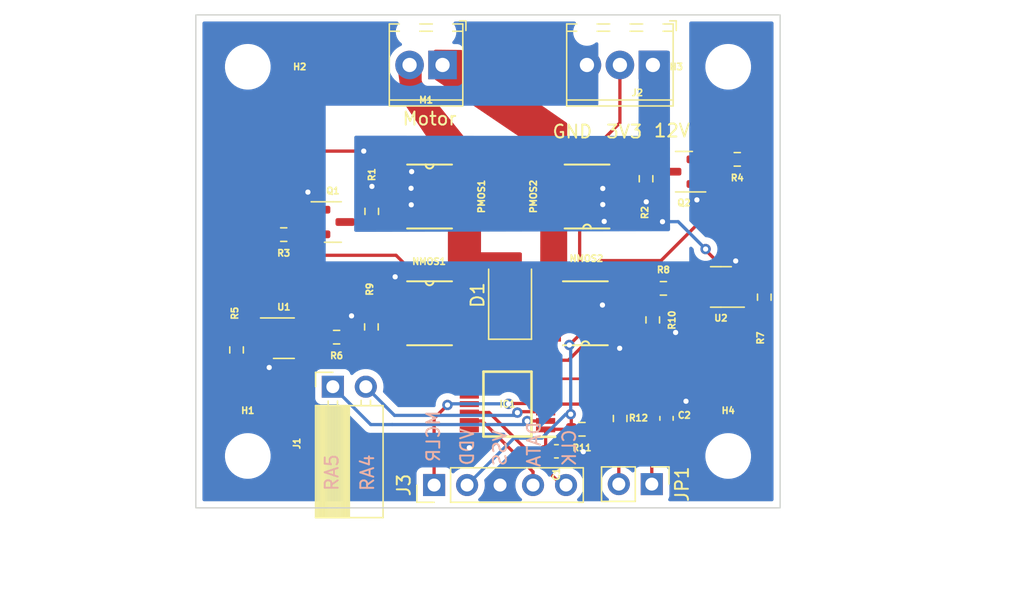
<source format=kicad_pcb>
(kicad_pcb (version 20211014) (generator pcbnew)
  (layers (0 "F.Cu" signal) (31 "B.Cu" signal) (34 "B.Paste" user) (35 "F.Paste" user) (36 "B.SilkS" user "B.Silkscreen") (37 "F.SilkS" user "F.Silkscreen") (38 "B.Mask" user) (39 "F.Mask" user) (44 "Edge.Cuts" user))
  (net 0 "")
  (net 1 "+3V3")
  (net 2 "RA5")
  (net 3 "RA4")
  (net 4 "MCLR")
  (net 6 "B_N")
  (net 7 "B_P")
  (net 8 "A_N")
  (net 9 "A_P")
  (net 12 "CLK")
  (net 13 "DATA")
  (net 14 "GND")
  (net 15 "MOTOR_A")
  (net 16 "MOTOR_B")
  (net 17 "Net-(NMOS1-Pad4)")
  (net 18 "Net-(NMOS2-Pad4)")
  (net 19 "+12V")
  (net 20 "Net-(PMOS1-Pad4)")
  (net 21 "Net-(PMOS2-Pad4)")
  (net 22 "Net-(Q1-Pad2)")
  (net 23 "Net-(Q2-Pad2)")
  (net 24 "Net-(R5-Pad1)")
  (net 25 "Net-(R6-Pad2)")
  (net 27 "Net-(R7-Pad1)")
  (net 28 "Net-(R8-Pad2)")
  (net 30 "Net-(C2-Pad1)")
  (net 31 "Net-(R11-Pad1)")
  (footprint "Resistor_SMD:R_0603_1608Metric" (layer "F.Cu") (at 141.52 106.05 -90)
    (fp_text reference "R9" (at -2.9 0.13 90) (layer "F.SilkS") (effects (font (size 0.5 0.5) (thickness 0.2))))
    (fp_text value "10k")
    (pad "1" smd roundrect (at -0.825 0 270) (size 0.8 0.95) (layers "F.Cu" "F.Paste" "F.Mask") (net 14 "GND"))
    (pad "2" smd roundrect (at 0.825 0 270) (size 0.8 0.95) (layers "F.Cu" "F.Paste" "F.Mask") (net 17 "Net-(NMOS1-Pad4)"))
  )
  (footprint "Package_TO_SOT_SMD:SOT-23-6" (layer "F.Cu") (at 168.44 102.97 180)
    (fp_text reference "U2" (at 0 -2.4) (layer "F.SilkS") (effects (font (size 0.5 0.5) (thickness 0.2))))
    (fp_text value "ZXGD3005E6TA")
    (pad "1" smd roundrect (at -1.1375 -0.95 180) (size 1.325 0.6) (layers "F.Cu" "F.Paste" "F.Mask") (net 19 "+12V"))
    (pad "2" smd roundrect (at -1.1375 0 180) (size 1.325 0.6) (layers "F.Cu" "F.Paste" "F.Mask") (net 27 "Net-(R7-Pad1)"))
    (pad "3" smd roundrect (at -1.1375 0.95 180) (size 1.325 0.6) (layers "F.Cu" "F.Paste" "F.Mask") (net 14 "GND"))
    (pad "4" smd roundrect (at 1.1375 0.95 180) (size 1.325 0.6) (layers "F.Cu" "F.Paste" "F.Mask") (net 28 "Net-(R8-Pad2)"))
    (pad "5" smd roundrect (at 1.1375 0 180) (size 1.325 0.6) (layers "F.Cu" "F.Paste" "F.Mask"))
    (pad "6" smd roundrect (at 1.1375 -0.95 180) (size 1.325 0.6) (layers "F.Cu" "F.Paste" "F.Mask") (net 28 "Net-(R8-Pad2)"))
  )
  (footprint "Connector_PinHeader_2.54mm:PinHeader_1x05_P2.54mm_Vertical" (layer "F.Cu") (at 146.35 118.24 90)
    (fp_text reference "J3" (at 0 -2.33 90) (layer "F.SilkS"))
    (fp_text value "Conn_01x05")
    (pad "1" thru_hole rect (at 0 0 90) (size 1.7 1.7) (drill 1) (layers *.Cu *.Mask) (net 4 "MCLR"))
    (pad "2" thru_hole oval (at 0 2.54 90) (size 1.7 1.7) (drill 1) (layers *.Cu *.Mask) (net 1 "+3V3"))
    (pad "3" thru_hole oval (at 0 5.08 90) (size 1.7 1.7) (drill 1) (layers *.Cu *.Mask) (net 14 "GND"))
    (pad "4" thru_hole oval (at 0 7.62 90) (size 1.7 1.7) (drill 1) (layers *.Cu *.Mask) (net 13 "DATA"))
    (pad "5" thru_hole oval (at 0 10.16 90) (size 1.7 1.7) (drill 1) (layers *.Cu *.Mask) (net 12 "CLK"))
  )
  (footprint "Footprints:SOIC127P600X175-8N" (layer "F.Cu") (at 146 96)
    (fp_text reference "PMOS1" (at 4 0 270) (layer "F.SilkS") (effects (font (size 0.5 0.5) (thickness 0.2))))
    (fp_text value "MCQ4407B-TP")
    (pad "1" smd rect (at -2.6416 -1.905) (size 1.524 0.5588) (layers "F.Cu" "F.Paste" "F.Mask") (net 19 "+12V"))
    (pad "2" smd rect (at -2.6416 -0.635) (size 1.524 0.5588) (layers "F.Cu" "F.Paste" "F.Mask") (net 19 "+12V"))
    (pad "3" smd rect (at -2.6416 0.635) (size 1.524 0.5588) (layers "F.Cu" "F.Paste" "F.Mask") (net 19 "+12V"))
    (pad "4" smd rect (at -2.6416 1.905) (size 1.524 0.5588) (layers "F.Cu" "F.Paste" "F.Mask") (net 20 "Net-(PMOS1-Pad4)"))
    (pad "5" smd rect (at 2.6416 1.905) (size 1.524 0.5588) (layers "F.Cu" "F.Paste" "F.Mask") (net 16 "MOTOR_B"))
    (pad "6" smd rect (at 2.6416 0.635) (size 1.524 0.5588) (layers "F.Cu" "F.Paste" "F.Mask") (net 16 "MOTOR_B"))
    (pad "7" smd rect (at 2.6416 -0.635) (size 1.524 0.5588) (layers "F.Cu" "F.Paste" "F.Mask") (net 16 "MOTOR_B"))
    (pad "8" smd rect (at 2.6416 -1.905) (size 1.524 0.5588) (layers "F.Cu" "F.Paste" "F.Mask") (net 16 "MOTOR_B"))
  )
  (footprint "Resistor_SMD:R_0603_1608Metric" (layer "F.Cu") (at 162.6736 94.63 90)
    (fp_text reference "R2" (at -2.61 -0.09 90) (layer "F.SilkS") (effects (font (size 0.5 0.5) (thickness 0.2))))
    (fp_text value "10k")
    (pad "1" smd roundrect (at -0.825 0 90) (size 0.8 0.95) (layers "F.Cu" "F.Paste" "F.Mask") (net 19 "+12V"))
    (pad "2" smd roundrect (at 0.825 0 90) (size 0.8 0.95) (layers "F.Cu" "F.Paste" "F.Mask") (net 21 "Net-(PMOS2-Pad4)"))
  )
  (footprint "Resistor_SMD:R_0603_1608Metric" (layer "F.Cu") (at 163.19 105.51 90)
    (fp_text reference "R10" (at -0.02 1.48 90) (layer "F.SilkS") (effects (font (size 0.5 0.5) (thickness 0.2))))
    (fp_text value "10k")
    (pad "1" smd roundrect (at -0.825 0 90) (size 0.8 0.95) (layers "F.Cu" "F.Paste" "F.Mask") (net 14 "GND"))
    (pad "2" smd roundrect (at 0.825 0 90) (size 0.8 0.95) (layers "F.Cu" "F.Paste" "F.Mask") (net 18 "Net-(NMOS2-Pad4)"))
  )
  (footprint "Resistor_SMD:R_0603_1608Metric" (layer "F.Cu") (at 164.01 103.08)
    (fp_text reference "R8" (at 0 -1.43) (layer "F.SilkS") (effects (font (size 0.5 0.5) (thickness 0.2))))
    (fp_text value "5k")
    (pad "1" smd roundrect (at -0.825 0) (size 0.8 0.95) (layers "F.Cu" "F.Paste" "F.Mask") (net 18 "Net-(NMOS2-Pad4)"))
    (pad "2" smd roundrect (at 0.825 0) (size 0.8 0.95) (layers "F.Cu" "F.Paste" "F.Mask") (net 28 "Net-(R8-Pad2)"))
  )
  (footprint "MountingHole:MountingHole_2.5mm" (layer "F.Cu") (at 169 116)
    (fp_text reference "H4" (at 0 -3.5) (layer "F.SilkS") (effects (font (size 0.5 0.5) (thickness 0.2))))
    (fp_text value "MountingHole")
    (pad "" np_thru_hole circle (at 0 0) (size 2.5 2.5) (drill 2.5) (layers *.Cu *.Mask))
  )
  (footprint "MountingHole:MountingHole_2.5mm" (layer "F.Cu") (at 169 86)
    (fp_text reference "H3" (at -4 0) (layer "F.SilkS") (effects (font (size 0.5 0.5) (thickness 0.2))))
    (fp_text value "MountingHole")
    (pad "" np_thru_hole circle (at 0 0) (size 2.5 2.5) (drill 2.5) (layers *.Cu *.Mask))
  )
  (footprint "Diode_SMD:D_SMA" (layer "F.Cu") (at 152.2 103.6 90)
    (fp_text reference "D1" (at 0 -2.5 90) (layer "F.SilkS"))
    (fp_text value "ES2BA-13-F")
    (pad "1" smd rect (at -2 0 90) (size 2.5 1.8) (layers "F.Cu" "F.Paste" "F.Mask") (net 15 "MOTOR_A"))
    (pad "2" smd rect (at 2 0 90) (size 2.5 1.8) (layers "F.Cu" "F.Paste" "F.Mask") (net 16 "MOTOR_B"))
  )
  (footprint "TerminalBlock_Phoenix:TerminalBlock_Phoenix_MPT-0,5-2-2.54_1x02_P2.54mm_Horizontal" (layer "F.Cu") (at 147 85.86 180)
    (fp_text reference "M1" (at 1.27 -2.7) (layer "F.SilkS") (effects (font (size 0.5 0.5) (thickness 0.2))))
    (fp_text value "Motor_DC")
    (pad "" np_thru_hole circle (at 2.54 2.54 180) (size 1.1 1.1) (drill 1.1) (layers *.Cu *.Mask))
    (pad "" np_thru_hole circle (at 0 2.54 180) (size 1.1 1.1) (drill 1.1) (layers *.Cu *.Mask))
    (pad "1" thru_hole rect (at 0 0 180) (size 2.2 2.2) (drill 1.1) (layers *.Cu *.Mask) (net 15 "MOTOR_A"))
    (pad "2" thru_hole circle (at 2.54 0 180) (size 2.2 2.2) (drill 1.1) (layers *.Cu *.Mask) (net 16 "MOTOR_B"))
  )
  (footprint "MountingHole:MountingHole_2.5mm" (layer "F.Cu") (at 132 86)
    (fp_text reference "H2" (at 4 0) (layer "F.SilkS") (effects (font (size 0.5 0.5) (thickness 0.2))))
    (fp_text value "MountingHole")
    (pad "" np_thru_hole circle (at 0 0) (size 2.5 2.5) (drill 2.5) (layers *.Cu *.Mask))
  )
  (footprint "Capacitor_SMD:C_0603_1608Metric" (layer "F.Cu") (at 155.77 115.64)
    (fp_text reference "C1" (at 0 1.77 90) (layer "F.SilkS") (effects (font (size 0.5 0.5) (thickness 0.2))))
    (fp_text value "100n")
    (pad "1" smd roundrect (at -0.775 0) (size 0.9 0.95) (layers "F.Cu" "F.Paste" "F.Mask") (net 1 "+3V3"))
    (pad "2" smd roundrect (at 0.775 0) (size 0.9 0.95) (layers "F.Cu" "F.Paste" "F.Mask") (net 14 "GND"))
  )
  (footprint "Resistor_SMD:R_0603_1608Metric" (layer "F.Cu") (at 157.74 113.94 180)
    (fp_text reference "R11" (at 0 -1.43) (layer "F.SilkS") (effects (font (size 0.5 0.5) (thickness 0.2))))
    (fp_text value "10k")
    (pad "1" smd roundrect (at -0.825 0 180) (size 0.8 0.95) (layers "F.Cu" "F.Paste" "F.Mask") (net 31 "Net-(R11-Pad1)"))
    (pad "2" smd roundrect (at 0.825 0 180) (size 0.8 0.95) (layers "F.Cu" "F.Paste" "F.Mask") (net 1 "+3V3"))
  )
  (footprint "Resistor_SMD:R_0603_1608Metric" (layer "F.Cu") (at 171.78 103.76 -90)
    (fp_text reference "R7" (at 3.15 0.29 90) (layer "F.SilkS") (effects (font (size 0.5 0.5) (thickness 0.2))))
    (fp_text value "5k")
    (pad "1" smd roundrect (at -0.825 0 270) (size 0.8 0.95) (layers "F.Cu" "F.Paste" "F.Mask") (net 27 "Net-(R7-Pad1)"))
    (pad "2" smd roundrect (at 0.825 0 270) (size 0.8 0.95) (layers "F.Cu" "F.Paste" "F.Mask") (net 8 "A_N"))
  )
  (footprint "Connector_PinHeader_2.54mm:PinHeader_1x02_P2.54mm_Vertical" (layer "F.Cu") (at 163.115 118.17 -90)
    (fp_text reference "JP1" (at 0 -2.33 90) (layer "F.SilkS"))
    (fp_text value "Jumper_2_Bridged")
    (pad "1" thru_hole rect (at 0 0 270) (size 1.7 1.7) (drill 1) (layers *.Cu *.Mask) (net 30 "Net-(C2-Pad1)"))
    (pad "2" thru_hole oval (at 0 2.54 270) (size 1.7 1.7) (drill 1) (layers *.Cu *.Mask) (net 31 "Net-(R11-Pad1)"))
  )
  (footprint "Package_TO_SOT_SMD:SOT-23-6" (layer "F.Cu") (at 134.78 106.92)
    (fp_text reference "U1" (at 0 -2.4) (layer "F.SilkS") (effects (font (size 0.5 0.5) (thickness 0.2))))
    (fp_text value "ZXGD3005E6TA")
    (pad "1" smd roundrect (at -1.1375 -0.95) (size 1.325 0.6) (layers "F.Cu" "F.Paste" "F.Mask") (net 19 "+12V"))
    (pad "2" smd roundrect (at -1.1375 0) (size 1.325 0.6) (layers "F.Cu" "F.Paste" "F.Mask") (net 24 "Net-(R5-Pad1)"))
    (pad "3" smd roundrect (at -1.1375 0.95) (size 1.325 0.6) (layers "F.Cu" "F.Paste" "F.Mask") (net 14 "GND"))
    (pad "4" smd roundrect (at 1.1375 0.95) (size 1.325 0.6) (layers "F.Cu" "F.Paste" "F.Mask") (net 25 "Net-(R6-Pad2)"))
    (pad "5" smd roundrect (at 1.1375 0) (size 1.325 0.6) (layers "F.Cu" "F.Paste" "F.Mask"))
    (pad "6" smd roundrect (at 1.1375 -0.95) (size 1.325 0.6) (layers "F.Cu" "F.Paste" "F.Mask") (net 25 "Net-(R6-Pad2)"))
  )
  (footprint "Footprints:SOIC127P600X175-8N" (layer "F.Cu") (at 158 105 180)
    (fp_text reference "NMOS2" (at -0.08 4.22) (layer "F.SilkS") (effects (font (size 0.5 0.5) (thickness 0.2))))
    (fp_text value "DMS3015SSS-13")
    (pad "1" smd rect (at -2.6416 -1.905 180) (size 1.524 0.5588) (layers "F.Cu" "F.Paste" "F.Mask") (net 14 "GND"))
    (pad "2" smd rect (at -2.6416 -0.635 180) (size 1.524 0.5588) (layers "F.Cu" "F.Paste" "F.Mask") (net 14 "GND"))
    (pad "3" smd rect (at -2.6416 0.635 180) (size 1.524 0.5588) (layers "F.Cu" "F.Paste" "F.Mask") (net 14 "GND"))
    (pad "4" smd rect (at -2.6416 1.905 180) (size 1.524 0.5588) (layers "F.Cu" "F.Paste" "F.Mask") (net 18 "Net-(NMOS2-Pad4)"))
    (pad "5" smd rect (at 2.6416 1.905 180) (size 1.524 0.5588) (layers "F.Cu" "F.Paste" "F.Mask") (net 15 "MOTOR_A"))
    (pad "6" smd rect (at 2.6416 0.635 180) (size 1.524 0.5588) (layers "F.Cu" "F.Paste" "F.Mask") (net 15 "MOTOR_A"))
    (pad "7" smd rect (at 2.6416 -0.635 180) (size 1.524 0.5588) (layers "F.Cu" "F.Paste" "F.Mask") (net 15 "MOTOR_A"))
    (pad "8" smd rect (at 2.6416 -1.905 180) (size 1.524 0.5588) (layers "F.Cu" "F.Paste" "F.Mask") (net 15 "MOTOR_A"))
  )
  (footprint "Resistor_SMD:R_0603_1608Metric" (layer "F.Cu") (at 141.5464 97.145 -90)
    (fp_text reference "R1" (at -2.83 -0.01 90) (layer "F.SilkS") (effects (font (size 0.5 0.5) (thickness 0.2))))
    (fp_text value "10k")
    (pad "1" smd roundrect (at -0.825 0 270) (size 0.8 0.95) (layers "F.Cu" "F.Paste" "F.Mask") (net 19 "+12V"))
    (pad "2" smd roundrect (at 0.825 0 270) (size 0.8 0.95) (layers "F.Cu" "F.Paste" "F.Mask") (net 20 "Net-(PMOS1-Pad4)"))
  )
  (footprint "Package_TO_SOT_SMD:SOT-23" (layer "F.Cu") (at 138.5564 97.965)
    (fp_text reference "Q1" (at 0 -2.4) (layer "F.SilkS") (effects (font (size 0.5 0.5) (thickness 0.2))))
    (fp_text value "MMBT2222A_R1_00001")
    (pad "1" smd roundrect (at -0.9375 -0.95) (size 1.475 0.6) (layers "F.Cu" "F.Paste" "F.Mask") (net 14 "GND"))
    (pad "2" smd roundrect (at -0.9375 0.95) (size 1.475 0.6) (layers "F.Cu" "F.Paste" "F.Mask") (net 22 "Net-(Q1-Pad2)"))
    (pad "3" smd roundrect (at 0.9375 0) (size 1.475 0.6) (layers "F.Cu" "F.Paste" "F.Mask") (net 20 "Net-(PMOS1-Pad4)"))
  )
  (footprint "Resistor_SMD:R_0603_1608Metric" (layer "F.Cu") (at 131.135 107.825 -90)
    (fp_text reference "R5" (at -2.825 0.135 90) (layer "F.SilkS") (effects (font (size 0.5 0.5) (thickness 0.2))))
    (fp_text value "5k")
    (pad "1" smd roundrect (at -0.825 0 270) (size 0.8 0.95) (layers "F.Cu" "F.Paste" "F.Mask") (net 24 "Net-(R5-Pad1)"))
    (pad "2" smd roundrect (at 0.825 0 270) (size 0.8 0.95) (layers "F.Cu" "F.Paste" "F.Mask") (net 6 "B_N"))
  )
  (footprint "Footprints:SOP65P640X120-14N" (layer "F.Cu") (at 152 112 180)
    (fp_text reference "IC1" (at 0 0) (layer "F.SilkS") (effects (font (size 0.5 0.5) (thickness 0.2))))
    (fp_text value "PIC16F15224-E_ST" hide)
    (pad "1" smd rect (at -2.938 -1.95 270) (size 0.45 1.475) (layers "F.Cu" "F.Paste" "F.Mask") (net 1 "+3V3"))
    (pad "2" smd rect (at -2.938 -1.3 270) (size 0.45 1.475) (layers "F.Cu" "F.Paste" "F.Mask") (net 2 "RA5"))
    (pad "3" smd rect (at -2.938 -0.65 270) (size 0.45 1.475) (layers "F.Cu" "F.Paste" "F.Mask") (net 3 "RA4"))
    (pad "4" smd rect (at -2.938 0 270) (size 0.45 1.475) (layers "F.Cu" "F.Paste" "F.Mask") (net 4 "MCLR"))
    (pad "5" smd rect (at -2.938 0.65 270) (size 0.45 1.475) (layers "F.Cu" "F.Paste" "F.Mask"))
    (pad "6" smd rect (at -2.938 1.3 270) (size 0.45 1.475) (layers "F.Cu" "F.Paste" "F.Mask") (net 9 "A_P"))
    (pad "7" smd rect (at -2.938 1.95 270) (size 0.45 1.475) (layers "F.Cu" "F.Paste" "F.Mask") (net 8 "A_N"))
    (pad "8" smd rect (at 2.938 1.95 270) (size 0.45 1.475) (layers "F.Cu" "F.Paste" "F.Mask") (net 7 "B_P"))
    (pad "9" smd rect (at 2.938 1.3 270) (size 0.45 1.475) (layers "F.Cu" "F.Paste" "F.Mask") (net 6 "B_N"))
    (pad "10" smd rect (at 2.938 0.65 270) (size 0.45 1.475) (layers "F.Cu" "F.Paste" "F.Mask"))
    (pad "11" smd rect (at 2.938 0 270) (size 0.45 1.475) (layers "F.Cu" "F.Paste" "F.Mask"))
    (pad "12" smd rect (at 2.938 -0.65 270) (size 0.45 1.475) (layers "F.Cu" "F.Paste" "F.Mask") (net 12 "CLK"))
    (pad "13" smd rect (at 2.938 -1.3 270) (size 0.45 1.475) (layers "F.Cu" "F.Paste" "F.Mask") (net 13 "DATA"))
    (pad "14" smd rect (at 2.938 -1.95 270) (size 0.45 1.475) (layers "F.Cu" "F.Paste" "F.Mask") (net 14 "GND"))
  )
  (footprint "Resistor_SMD:R_0603_1608Metric" (layer "F.Cu") (at 169.6986 93.135 180)
    (fp_text reference "R4" (at 0 -1.43) (layer "F.SilkS") (effects (font (size 0.5 0.5) (thickness 0.2))))
    (fp_text value "10k")
    (pad "1" smd roundrect (at -0.825 0 180) (size 0.8 0.95) (layers "F.Cu" "F.Paste" "F.Mask") (net 9 "A_P"))
    (pad "2" smd roundrect (at 0.825 0 180) (size 0.8 0.95) (layers "F.Cu" "F.Paste" "F.Mask") (net 23 "Net-(Q2-Pad2)"))
  )
  (footprint "TerminalBlock_Phoenix:TerminalBlock_Phoenix_MPT-0,5-3-2.54_1x03_P2.54mm_Horizontal" (layer "F.Cu") (at 163.2 85.86 180)
    (fp_text reference "J2" (at 1.2 -2.14) (layer "F.SilkS") (effects (font (size 0.5 0.5) (thickness 0.2))))
    (fp_text value "Power Supply")
    (pad "" np_thru_hole circle (at 5.08 2.54 180) (size 1.1 1.1) (drill 1.1) (layers *.Cu *.Mask))
    (pad "" np_thru_hole circle (at 0 2.54 180) (size 1.1 1.1) (drill 1.1) (layers *.Cu *.Mask))
    (pad "" np_thru_hole circle (at 2.54 2.54 180) (size 1.1 1.1) (drill 1.1) (layers *.Cu *.Mask))
    (pad "1" thru_hole rect (at 0 0 180) (size 2.2 2.2) (drill 1.1) (layers *.Cu *.Mask) (net 19 "+12V"))
    (pad "2" thru_hole circle (at 2.54 0 180) (size 2.2 2.2) (drill 1.1) (layers *.Cu *.Mask) (net 1 "+3V3"))
    (pad "3" thru_hole circle (at 5.08 0 180) (size 2.2 2.2) (drill 1.1) (layers *.Cu *.Mask) (net 14 "GND"))
  )
  (footprint "Capacitor_SMD:C_0603_1608Metric" (layer "F.Cu") (at 164.25 113.1 90)
    (fp_text reference "C2" (at 0.24 1.37) (layer "F.SilkS") (effects (font (size 0.5 0.5) (thickness 0.2))))
    (fp_text value "10n")
    (pad "1" smd roundrect (at -0.775 0 90) (size 0.9 0.95) (layers "F.Cu" "F.Paste" "F.Mask") (net 30 "Net-(C2-Pad1)"))
    (pad "2" smd roundrect (at 0.775 0 90) (size 0.9 0.95) (layers "F.Cu" "F.Paste" "F.Mask") (net 14 "GND"))
  )
  (footprint "Footprints:SOIC127P600X175-8N" (layer "F.Cu") (at 158.13 96 180)
    (fp_text reference "PMOS2" (at 4.13 0 270) (layer "F.SilkS") (effects (font (size 0.5 0.5) (thickness 0.2))))
    (fp_text value "MCQ4407B-TP")
    (pad "1" smd rect (at -2.6416 -1.905 180) (size 1.524 0.5588) (layers "F.Cu" "F.Paste" "F.Mask") (net 19 "+12V"))
    (pad "2" smd rect (at -2.6416 -0.635 180) (size 1.524 0.5588) (layers "F.Cu" "F.Paste" "F.Mask") (net 19 "+12V"))
    (pad "3" smd rect (at -2.6416 0.635 180) (size 1.524 0.5588) (layers "F.Cu" "F.Paste" "F.Mask") (net 19 "+12V"))
    (pad "4" smd rect (at -2.6416 1.905 180) (size 1.524 0.5588) (layers "F.Cu" "F.Paste" "F.Mask") (net 21 "Net-(PMOS2-Pad4)"))
    (pad "5" smd rect (at 2.6416 1.905 180) (size 1.524 0.5588) (layers "F.Cu" "F.Paste" "F.Mask") (net 15 "MOTOR_A"))
    (pad "6" smd rect (at 2.6416 0.635 180) (size 1.524 0.5588) (layers "F.Cu" "F.Paste" "F.Mask") (net 15 "MOTOR_A"))
    (pad "7" smd rect (at 2.6416 -0.635 180) (size 1.524 0.5588) (layers "F.Cu" "F.Paste" "F.Mask") (net 15 "MOTOR_A"))
    (pad "8" smd rect (at 2.6416 -1.905 180) (size 1.524 0.5588) (layers "F.Cu" "F.Paste" "F.Mask") (net 15 "MOTOR_A"))
  )
  (footprint "Connector_PinSocket_2.54mm:PinSocket_1x02_P2.54mm_Horizontal" (layer "F.Cu") (at 138.55 110.66 90)
    (fp_text reference "J1" (at -4.38 -2.77 90) (layer "F.SilkS") (effects (font (size 0.5 0.5) (thickness 0.2))))
    (fp_text value "Conn_01x02")
    (pad "1" thru_hole rect (at 0 0 90) (size 1.7 1.7) (drill 1) (layers *.Cu *.Mask) (net 2 "RA5"))
    (pad "2" thru_hole oval (at 0 2.54 90) (size 1.7 1.7) (drill 1) (layers *.Cu *.Mask) (net 3 "RA4"))
  )
  (footprint "Footprints:SOIC127P600X175-8N" (layer "F.Cu") (at 146 105)
    (fp_text reference "NMOS1" (at -0.04 -3.99) (layer "F.SilkS") (effects (font (size 0.5 0.5) (thickness 0.2))))
    (fp_text value "DMS3015SSS-13")
    (pad "1" smd rect (at -2.6416 -1.905) (size 1.524 0.5588) (layers "F.Cu" "F.Paste" "F.Mask") (net 14 "GND"))
    (pad "2" smd rect (at -2.6416 -0.635) (size 1.524 0.5588) (layers "F.Cu" "F.Paste" "F.Mask") (net 14 "GND"))
    (pad "3" smd rect (at -2.6416 0.635) (size 1.524 0.5588) (layers "F.Cu" "F.Paste" "F.Mask") (net 14 "GND"))
    (pad "4" smd rect (at -2.6416 1.905) (size 1.524 0.5588) (layers "F.Cu" "F.Paste" "F.Mask") (net 17 "Net-(NMOS1-Pad4)"))
    (pad "5" smd rect (at 2.6416 1.905) (size 1.524 0.5588) (layers "F.Cu" "F.Paste" "F.Mask") (net 16 "MOTOR_B"))
    (pad "6" smd rect (at 2.6416 0.635) (size 1.524 0.5588) (layers "F.Cu" "F.Paste" "F.Mask") (net 16 "MOTOR_B"))
    (pad "7" smd rect (at 2.6416 -0.635) (size 1.524 0.5588) (layers "F.Cu" "F.Paste" "F.Mask") (net 16 "MOTOR_B"))
    (pad "8" smd rect (at 2.6416 -1.905) (size 1.524 0.5588) (layers "F.Cu" "F.Paste" "F.Mask") (net 16 "MOTOR_B"))
  )
  (footprint "Package_TO_SOT_SMD:SOT-23" (layer "F.Cu") (at 165.5936 94.085 180)
    (fp_text reference "Q2" (at 0 -2.4) (layer "F.SilkS") (effects (font (size 0.5 0.5) (thickness 0.2))))
    (fp_text value "MMBT2222A_R1_00001")
    (pad "1" smd roundrect (at -0.9375 -0.95 180) (size 1.475 0.6) (layers "F.Cu" "F.Paste" "F.Mask") (net 14 "GND"))
    (pad "2" smd roundrect (at -0.9375 0.95 180) (size 1.475 0.6) (layers "F.Cu" "F.Paste" "F.Mask") (net 23 "Net-(Q2-Pad2)"))
    (pad "3" smd roundrect (at 0.9375 0 180) (size 1.475 0.6) (layers "F.Cu" "F.Paste" "F.Mask") (net 21 "Net-(PMOS2-Pad4)"))
  )
  (footprint "Resistor_SMD:R_0603_1608Metric" (layer "F.Cu") (at 138.84 106.84 180)
    (fp_text reference "R6" (at 0 -1.43) (layer "F.SilkS") (effects (font (size 0.5 0.5) (thickness 0.2))))
    (fp_text value "5k")
    (pad "1" smd roundrect (at -0.825 0 180) (size 0.8 0.95) (layers "F.Cu" "F.Paste" "F.Mask") (net 17 "Net-(NMOS1-Pad4)"))
    (pad "2" smd roundrect (at 0.825 0 180) (size 0.8 0.95) (layers "F.Cu" "F.Paste" "F.Mask") (net 25 "Net-(R6-Pad2)"))
  )
  (footprint "MountingHole:MountingHole_2.5mm" (layer "F.Cu") (at 132 116)
    (fp_text reference "H1" (at 0 -3.5) (layer "F.SilkS") (effects (font (size 0.5 0.5) (thickness 0.2))))
    (fp_text value "MountingHole")
    (pad "" np_thru_hole circle (at 0 0) (size 2.5 2.5) (drill 2.5) (layers *.Cu *.Mask))
  )
  (footprint "Resistor_SMD:R_0603_1608Metric" (layer "F.Cu") (at 160.68 113.11 -90)
    (fp_text reference "R12" (at -0.04 -1.41) (layer "F.SilkS") (effects (font (size 0.5 0.5) (thickness 0.2))))
    (fp_text value "220R")
    (pad "1" smd roundrect (at -0.825 0 270) (size 0.8 0.95) (layers "F.Cu" "F.Paste" "F.Mask") (net 4 "MCLR"))
    (pad "2" smd roundrect (at 0.825 0 270) (size 0.8 0.95) (layers "F.Cu" "F.Paste" "F.Mask") (net 31 "Net-(R11-Pad1)"))
  )
  (footprint "Resistor_SMD:R_0603_1608Metric" (layer "F.Cu") (at 134.7664 98.935 180)
    (fp_text reference "R3" (at 0 -1.43) (layer "F.SilkS") (effects (font (size 0.5 0.5) (thickness 0.2))))
    (fp_text value "10k")
    (pad "1" smd roundrect (at -0.825 0 180) (size 0.8 0.95) (layers "F.Cu" "F.Paste" "F.Mask") (net 22 "Net-(Q1-Pad2)"))
    (pad "2" smd roundrect (at 0.825 0 180) (size 0.8 0.95) (layers "F.Cu" "F.Paste" "F.Mask") (net 7 "B_P"))
  )
  (gr_rect (start 128 82) (end 173 120) (layer "Edge.Cuts") (width 0.1) (fill none))
  (gr_text "MCLR" (at 146.29 114.48 90) (layer "B.SilkS") (effects (font (size 1 1)) (justify mirror)))
  (gr_text "CLK" (at 156.76 115.37 90) (layer "B.SilkS") (effects (font (size 1 1)) (justify mirror)))
  (gr_text "RA5" (at 138.47 117.28 90) (layer "B.SilkS") (effects (font (size 1 1))))
  (gr_text "RA4" (at 141.21 117.29 90) (layer "B.SilkS") (effects (font (size 1 1))))
  (gr_text "DATA" (at 154.04 115.1 90) (layer "B.SilkS") (effects (font (size 1 1)) (justify mirror)))
  (gr_text "VSS\n" (at 151.42 115.39 90) (layer "B.SilkS") (effects (font (size 1 1)) (justify mirror)))
  (gr_text "VDD\n" (at 148.9 115.3 90) (layer "B.SilkS") (effects (font (size 1 1)) (justify mirror)))
  (gr_text "GND" (at 157 91) (layer "F.SilkS") (effects (font (size 1 1))))
  (gr_text "3V3" (at 161 91) (layer "F.SilkS") (effects (font (size 1 1))))
  (gr_text "12V" (at 164.67 90.92) (layer "F.SilkS") (effects (font (size 1 1))))
  (gr_text "Motor" (at 146 90) (layer "F.SilkS") (effects (font (size 1 1))))
  (segment (start 160.66 90.32) (end 157.56 93.42) (width 0.25) (layer "F.Cu") (net 1))
  (segment (start 156.915 112.825) (end 156.87 112.78) (width 0.25) (layer "F.Cu") (net 1))
  (segment (start 156.915 113.94) (end 154.948 113.94) (width 0.25) (layer "F.Cu") (net 1))
  (segment (start 157.56 93.42) (end 157.56 106.65) (width 0.25) (layer "F.Cu") (net 1))
  (segment (start 160.66 85.86) (end 160.66 90.32) (width 0.25) (layer "F.Cu") (net 1))
  (segment (start 154.948 113.94) (end 154.938 113.95) (width 0.25) (layer "F.Cu") (net 1))
  (segment (start 156.915 113.94) (end 156.915 112.825) (width 0.25) (layer "F.Cu") (net 1))
  (segment (start 157.56 106.65) (end 156.765 107.445) (width 0.25) (layer "F.Cu") (net 1))
  (segment (start 154.94 113.952) (end 154.938 113.95) (width 0.25) (layer "F.Cu") (net 1))
  (segment (start 154.94 115.835) (end 154.94 113.952) (width 0.25) (layer "F.Cu") (net 1))
  (via (at 156.765 107.445) (size 0.8) (drill 0.4) (layers "F.Cu" "B.Cu") (net 1))
  (via (at 156.87 112.78) (size 0.8) (drill 0.4) (layers "F.Cu" "B.Cu") (net 1))
  (segment (start 156.49 112.78) (end 156.87 112.78) (width 0.25) (layer "B.Cu") (net 1))
  (segment (start 154.65 114.62) (end 156.49 112.78) (width 0.25) (layer "B.Cu") (net 1))
  (segment (start 148.89 118.24) (end 152.51 114.62) (width 0.25) (layer "B.Cu") (net 1))
  (segment (start 156.87 112.78) (end 156.87 107.55) (width 0.25) (layer "B.Cu") (net 1))
  (segment (start 156.87 107.55) (end 156.765 107.445) (width 0.25) (layer "B.Cu") (net 1))
  (segment (start 152.51 114.62) (end 154.65 114.62) (width 0.25) (layer "B.Cu") (net 1))
  (segment (start 154.938 113.3) (end 153.53 113.3) (width 0.25) (layer "F.Cu") (net 2))
  (segment (start 153.53 113.3) (end 153.52 113.31) (width 0.25) (layer "F.Cu") (net 2))
  (via (at 153.52 113.31) (size 0.8) (drill 0.4) (layers "F.Cu" "B.Cu") (net 2))
  (segment (start 153.52 113.31) (end 153.25 113.58) (width 0.25) (layer "B.Cu") (net 2))
  (segment (start 143.13 113.58) (end 141.47 113.58) (width 0.25) (layer "B.Cu") (net 2))
  (segment (start 153.21 113.58) (end 143.13 113.58) (width 0.25) (layer "B.Cu") (net 2))
  (segment (start 153.25 113.58) (end 153.21 113.58) (width 0.25) (layer "B.Cu") (net 2))
  (segment (start 141.47 113.58) (end 138.55 110.66) (width 0.25) (layer "B.Cu") (net 2))
  (segment (start 154.938 112.65) (end 154.873499 112.585499) (width 0.25) (layer "F.Cu") (net 3))
  (segment (start 154.873499 112.585499) (end 152.834797 112.585499) (width 0.25) (layer "F.Cu") (net 3))
  (segment (start 152.834797 112.585499) (end 152.763321 112.656975) (width 0.25) (layer "F.Cu") (net 3))
  (via (at 152.763321 112.656975) (size 0.8) (drill 0.4) (layers "F.Cu" "B.Cu") (net 3))
  (segment (start 143.3 112.87) (end 141.09 110.66) (width 0.25) (layer "B.Cu") (net 3))
  (segment (start 152.550296 112.87) (end 143.3 112.87) (width 0.25) (layer "B.Cu") (net 3))
  (segment (start 152.763321 112.656975) (end 152.550296 112.87) (width 0.25) (layer "B.Cu") (net 3))
  (segment (start 147.38 112.07) (end 146.35 113.1) (width 0.25) (layer "F.Cu") (net 4))
  (segment (start 152.101029 111.955499) (end 152.078105 111.978423) (width 0.25) (layer "F.Cu") (net 4))
  (segment (start 160.395 112) (end 160.68 112.285) (width 0.25) (layer "F.Cu") (net 4))
  (segment (start 154.893499 111.955499) (end 152.101029 111.955499) (width 0.25) (layer "F.Cu") (net 4))
  (segment (start 146.35 113.1) (end 146.35 118.24) (width 0.25) (layer "F.Cu") (net 4))
  (segment (start 154.938 112) (end 160.395 112) (width 0.25) (layer "F.Cu") (net 4))
  (segment (start 154.938 112) (end 154.893499 111.955499) (width 0.25) (layer "F.Cu") (net 4))
  (via (at 152.078105 111.978423) (size 0.8) (drill 0.4) (layers "F.Cu" "B.Cu") (net 4))
  (via (at 147.38 112.07) (size 0.8) (drill 0.4) (layers "F.Cu" "B.Cu") (net 4))
  (segment (start 147.471577 111.978423) (end 147.38 112.07) (width 0.25) (layer "B.Cu") (net 4))
  (segment (start 152.078105 111.978423) (end 147.471577 111.978423) (width 0.25) (layer "B.Cu") (net 4))
  (segment (start 133.480886 110.23) (end 131.900886 108.65) (width 0.25) (layer "F.Cu") (net 6))
  (segment (start 135.93 110.23) (end 133.480886 110.23) (width 0.25) (layer "F.Cu") (net 6))
  (segment (start 137.6 108.56) (end 135.93 110.23) (width 0.25) (layer "F.Cu") (net 6))
  (segment (start 145.63 108.56) (end 137.6 108.56) (width 0.25) (layer "F.Cu") (net 6))
  (segment (start 147.77 110.7) (end 145.63 108.56) (width 0.25) (layer "F.Cu") (net 6))
  (segment (start 131.900886 108.65) (end 131.135 108.65) (width 0.25) (layer "F.Cu") (net 6))
  (segment (start 149.062 110.7) (end 147.77 110.7) (width 0.25) (layer "F.Cu") (net 6))
  (segment (start 143.42 100.53) (end 145.42 102.53) (width 0.25) (layer "F.Cu") (net 7))
  (segment (start 145.42 102.53) (end 145.42 106.71) (width 0.25) (layer "F.Cu") (net 7))
  (segment (start 134.79 100.53) (end 143.42 100.53) (width 0.25) (layer "F.Cu") (net 7))
  (segment (start 145.42 106.71) (end 148.76 110.05) (width 0.25) (layer "F.Cu") (net 7))
  (segment (start 148.76 110.05) (end 149.062 110.05) (width 0.25) (layer "F.Cu") (net 7))
  (segment (start 133.9414 98.935) (end 133.9414 99.6814) (width 0.25) (layer "F.Cu") (net 7))
  (segment (start 133.9414 99.6814) (end 134.79 100.53) (width 0.25) (layer "F.Cu") (net 7))
  (segment (start 166.315 110.05) (end 154.938 110.05) (width 0.2) (layer "F.Cu") (net 8))
  (segment (start 171.78 104.585) (end 166.315 110.05) (width 0.2) (layer "F.Cu") (net 8))
  (segment (start 154.44 108.62) (end 156.69 108.62) (width 0.25) (layer "F.Cu") (net 9))
  (segment (start 159.09 100.94) (end 163.83 100.94) (width 0.25) (layer "F.Cu") (net 9))
  (segment (start 158.31 101.72) (end 159.09 100.94) (width 0.25) (layer "F.Cu") (net 9))
  (segment (start 154.938 110.7) (end 153.93 110.7) (width 0.25) (layer "F.Cu") (net 9))
  (segment (start 158.31 107) (end 158.31 101.72) (width 0.25) (layer "F.Cu") (net 9))
  (segment (start 153.55 110.32) (end 153.55 109.51) (width 0.25) (layer "F.Cu") (net 9))
  (segment (start 163.83 100.94) (end 170.5236 94.2464) (width 0.25) (layer "F.Cu") (net 9))
  (segment (start 153.93 110.7) (end 153.55 110.32) (width 0.25) (layer "F.Cu") (net 9))
  (segment (start 153.55 109.51) (end 154.44 108.62) (width 0.25) (layer "F.Cu") (net 9))
  (segment (start 156.69 108.62) (end 158.31 107) (width 0.25) (layer "F.Cu") (net 9))
  (segment (start 170.5236 94.2464) (end 170.5236 93.135) (width 0.25) (layer "F.Cu") (net 9))
  (segment (start 150.59 112.65) (end 156.18 118.24) (width 0.25) (layer "F.Cu") (net 12))
  (segment (start 149.062 112.65) (end 150.59 112.65) (width 0.25) (layer "F.Cu") (net 12))
  (segment (start 156.18 118.24) (end 156.51 118.24) (width 0.25) (layer "F.Cu") (net 12))
  (segment (start 153.97 117.2205) (end 153.97 118.24) (width 0.25) (layer "F.Cu") (net 13))
  (segment (start 150.0495 113.3) (end 153.97 117.2205) (width 0.25) (layer "F.Cu") (net 13))
  (segment (start 149.062 113.3) (end 150.0495 113.3) (width 0.25) (layer "F.Cu") (net 13))
  (segment (start 169.56 100.95) (end 169.5775 100.9675) (width 0.25) (layer "F.Cu") (net 14))
  (segment (start 137.6189 97.015) (end 137.6189 96.6489) (width 0.25) (layer "F.Cu") (net 14))
  (segment (start 160.6416 106.905) (end 160.6416 107.6984) (width 0.25) (layer "F.Cu") (net 14))
  (segment (start 157.82 115.69) (end 157.84 115.67) (width 0.25) (layer "F.Cu") (net 14))
  (segment (start 133.6425 109.1725) (end 133.65 109.18) (width 0.25) (layer "F.Cu") (net 14))
  (segment (start 149.06 115.37) (end 149.062 115.368) (width 0.25) (layer "F.Cu") (net 14))
  (segment (start 142.9484 105.225) (end 143.3584 105.635) (width 0.25) (layer "F.Cu") (net 14))
  (segment (start 143.3584 102.1984) (end 143.35 102.19) (width 0.25) (layer "F.Cu") (net 14))
  (segment (start 141.52 105.225) (end 142.9484 105.225) (width 0.25) (layer "F.Cu") (net 14))
  (segment (start 157.47 115.64) (end 157.52 115.69) (width 0.25) (layer "F.Cu") (net 14))
  (segment (start 133.6425 107.87) (end 133.6425 109.1725) (width 0.25) (layer "F.Cu") (net 14))
  (segment (start 159.3 104.35) (end 159.315 104.365) (width 0.25) (layer "F.Cu") (net 14))
  (segment (start 163.19 106.335) (end 164.805 106.335) (width 0.25) (layer "F.Cu") (net 14))
  (segment (start 137.6189 96.6489) (end 136.63 95.66) (width 0.25) (layer "F.Cu") (net 14))
  (segment (start 143.3584 105.635) (end 143.3584 103.095) (width 0.25) (layer "F.Cu") (net 14))
  (segment (start 149.062 113.95) (end 149.062 115.368) (width 0.25) (layer "F.Cu") (net 14))
  (segment (start 169.5775 102.02) (end 169.5775 100.9675) (width 0.25) (layer "F.Cu") (net 14))
  (segment (start 140.015 105.225) (end 139.99 105.2) (width 0.25) (layer "F.Cu") (net 14))
  (segment (start 166.5311 95.035) (end 166.5311 96.2011) (width 0.25) (layer "F.Cu") (net 14))
  (segment (start 141.52 105.225) (end 140.015 105.225) (width 0.25) (layer "F.Cu") (net 14))
  (segment (start 163.19 106.335) (end 162.62 106.905) (width 0.25) (layer "F.Cu") (net 14))
  (segment (start 164.25 112.325) (end 165.205 112.325) (width 0.25) (layer "F.Cu") (net 14))
  (segment (start 162.62 106.905) (end 160.6416 106.905) (width 0.25) (layer "F.Cu") (net 14))
  (segment (start 157.52 115.69) (end 157.82 115.69) (width 0.25) (layer "F.Cu") (net 14))
  (segment (start 160.6416 104.365) (end 160.6416 106.905) (width 0.25) (layer "F.Cu") (net 14))
  (segment (start 164.805 106.335) (end 164.95 106.48) (width 0.25) (layer "F.Cu") (net 14))
  (segment (start 143.3584 103.095) (end 143.3584 102.1984) (width 0.25) (layer "F.Cu") (net 14))
  (segment (start 160.64 107.7) (end 160.6416 107.6984) (width 0.25) (layer "F.Cu") (net 14))
  (segment (start 166.5311 96.2011) (end 166.59 96.26) (width 0.25) (layer "F.Cu") (net 14))
  (segment (start 156.545 115.64) (end 157.47 115.64) (width 0.25) (layer "F.Cu") (net 14))
  (segment (start 160.6416 104.365) (end 159.315 104.365) (width 0.25) (layer "F.Cu") (net 14))
  (segment (start 165.205 112.325) (end 165.75 111.78) (width 0.25) (layer "F.Cu") (net 14))
  (via (at 169.5775 100.9675) (size 0.8) (drill 0.4) (layers "F.Cu" "B.Cu") (net 14))
  (via (at 139.99 105.2) (size 0.8) (drill 0.4) (layers "F.Cu" "B.Cu") (net 14))
  (via (at 160.6416 107.6984) (size 0.8) (drill 0.4) (layers "F.Cu" "B.Cu") (net 14))
  (via (at 143.35 102.19) (size 0.8) (drill 0.4) (layers "F.Cu" "B.Cu") (net 14))
  (via (at 133.65 109.18) (size 0.8) (drill 0.4) (layers "F.Cu" "B.Cu") (net 14))
  (via (at 157.84 115.67) (size 0.8) (drill 0.4) (layers "F.Cu" "B.Cu") (net 14))
  (via (at 166.59 96.26) (size 0.8) (drill 0.4) (layers "F.Cu" "B.Cu") (net 14))
  (via (at 136.63 95.66) (size 0.8) (drill 0.4) (layers "F.Cu" "B.Cu") (net 14))
  (via (at 165.75 111.78) (size 0.8) (drill 0.4) (layers "F.Cu" "B.Cu") (net 14))
  (via (at 164.95 106.48) (size 0.8) (drill 0.4) (layers "F.Cu" "B.Cu") (net 14))
  (via (at 159.315 104.365) (size 0.8) (drill 0.4) (layers "F.Cu" "B.Cu") (net 14))
  (via (at 149.062 115.368) (size 0.8) (drill 0.4) (layers "F.Cu" "B.Cu") (net 14))
  (segment (start 141.485 106.84) (end 141.52 106.875) (width 0.25) (layer "F.Cu") (net 17))
  (segment (start 139.665 106.84) (end 141.485 106.84) (width 0.25) (layer "F.Cu") (net 17))
  (segment (start 141.52 106.875) (end 143.3284 106.875) (width 0.25) (layer "F.Cu") (net 17))
  (segment (start 143.3284 106.875) (end 143.3584 106.905) (width 0.25) (layer "F.Cu") (net 17))
  (segment (start 160.6416 103.095) (end 163.17 103.095) (width 0.25) (layer "F.Cu") (net 18))
  (segment (start 163.19 104.685) (end 163.19 103.085) (width 0.25) (layer "F.Cu") (net 18))
  (segment (start 163.19 103.085) (end 163.185 103.08) (width 0.25) (layer "F.Cu") (net 18))
  (segment (start 163.17 103.095) (end 163.185 103.08) (width 0.25) (layer "F.Cu") (net 18))
  (segment (start 143.3584 94.095) (end 144.605 94.095) (width 0.25) (layer "F.Cu") (net 19))
  (segment (start 141.5464 96.32) (end 141.5464 95.4864) (width 0.25) (layer "F.Cu") (net 19))
  (segment (start 169.5775 103.92) (end 169.193928 103.92) (width 0.25) (layer "F.Cu") (net 19))
  (segment (start 168.28952 101.15952) (end 167.26 100.13) (width 0.25) (layer "F.Cu") (net 19))
  (segment (start 168.28952 103.015592) (end 168.28952 101.15952) (width 0.25) (layer "F.Cu") (net 19))
  (segment (start 162.6736 95.455) (end 162.6736 96.3936) (width 0.25) (layer "F.Cu") (net 19))
  (segment (start 144.59 95.35) (end 144.575 95.365) (width 0.25) (layer "F.Cu") (net 19))
  (segment (start 132.34 101.32) (end 132.34 94.75) (width 0.25) (layer "F.Cu") (net 19))
  (segment (start 132.57 101.55) (end 132.34 101.32) (width 0.25) (layer "F.Cu") (net 19))
  (segment (start 167.26 100.13) (end 167.26 100.05) (width 0.25) (layer "F.Cu") (net 19))
  (segment (start 159.355 96.635) (end 159.34 96.62) (width 0.25) (layer "F.Cu") (net 19))
  (segment (start 162.6736 96.3936) (end 162.69 96.41) (width 0.25) (layer "F.Cu") (net 19))
  (segment (start 133.6425 102.6225) (end 132.57 101.55) (width 0.25) (layer "F.Cu") (net 19))
  (segment (start 160.7716 95.365) (end 159.355 95.365) (width 0.25) (layer "F.Cu") (net 19))
  (segment (start 160.7716 96.635) (end 159.355 96.635) (width 0.25) (layer "F.Cu") (net 19))
  (segment (start 141.19 92.5) (end 140.93 92.5) (width 0.25) (layer "F.Cu") (net 19))
  (segment (start 143.3584 95.365) (end 144.575 95.365) (width 0.25) (layer "F.Cu") (net 19))
  (segment (start 169.193928 103.92) (end 168.28952 103.015592) (width 0.25) (layer "F.Cu") (net 19))
  (segment (start 144.585 96.635) (end 144.59 96.64) (width 0.25) (layer "F.Cu") (net 19))
  (segment (start 159.465 97.905) (end 159.45 97.92) (width 0.25) (layer "F.Cu") (net 19))
  (segment (start 160.7716 97.905) (end 159.465 97.905) (width 0.25) (layer "F.Cu") (net 19))
  (segment (start 141.5464 95.4864) (end 141.53 95.47) (width 0.25) (layer "F.Cu") (net 19))
  (segment (start 134.59 92.5) (end 140.93 92.5) (width 0.25) (layer "F.Cu") (net 19))
  (segment (start 132.34 94.75) (end 134.59 92.5) (width 0.25) (layer "F.Cu") (net 19))
  (segment (start 133.6425 105.97) (end 133.6425 102.6225) (width 0.25) (layer "F.Cu") (net 19))
  (segment (start 143.3584 96.635) (end 144.585 96.635) (width 0.25) (layer "F.Cu") (net 19))
  (segment (start 159.355 95.365) (end 159.34 95.38) (width 0.25) (layer "F.Cu") (net 19))
  (segment (start 141.53 95.47) (end 141.53 95.25) (width 0.25) (layer "F.Cu") (net 19))
  (segment (start 144.605 94.095) (end 144.62 94.08) (width 0.25) (layer "F.Cu") (net 19))
  (segment (start 141.53 95.25) (end 141.56 95.22) (width 0.25) (layer "F.Cu") (net 19))
  (via (at 159.34 95.38) (size 0.8) (drill 0.4) (layers "F.Cu" "B.Cu") (net 19))
  (via (at 162.69 96.41) (size 0.8) (drill 0.4) (layers "F.Cu" "B.Cu") (net 19))
  (via (at 163.94 97.94) (size 0.8) (drill 0.4) (layers "F.Cu" "B.Cu") (net 19))
  (via (at 159.45 97.92) (size 0.8) (drill 0.4) (layers "F.Cu" "B.Cu") (net 19))
  (via (at 140.93 92.5) (size 0.8) (drill 0.4) (layers "F.Cu" "B.Cu") (net 19))
  (via (at 144.62 94.08) (size 0.8) (drill 0.4) (layers "F.Cu" "B.Cu") (net 19))
  (via (at 141.56 95.22) (size 0.8) (drill 0.4) (layers "F.Cu" "B.Cu") (net 19))
  (via (at 159.34 96.62) (size 0.8) (drill 0.4) (layers "F.Cu" "B.Cu") (net 19))
  (via (at 144.59 96.64) (size 0.8) (drill 0.4) (layers "F.Cu" "B.Cu") (net 19))
  (via (at 167.26 100.05) (size 0.8) (drill 0.4) (layers "F.Cu" "B.Cu") (net 19))
  (via (at 144.575 95.365) (size 0.8) (drill 0.4) (layers "F.Cu" "B.Cu") (net 19))
  (segment (start 167.26 100.05) (end 165.15 97.94) (width 0.25) (layer "B.Cu") (net 19))
  (segment (start 165.15 97.94) (end 163.94 97.94) (width 0.25) (layer "B.Cu") (net 19))
  (segment (start 139.5539 97.905) (end 143.3584 97.905) (width 0.25) (layer "F.Cu") (net 20))
  (segment (start 139.4939 97.965) (end 139.5539 97.905) (width 0.25) (layer "F.Cu") (net 20))
  (segment (start 160.7716 94.095) (end 162.3836 94.095) (width 0.25) (layer "F.Cu") (net 21))
  (segment (start 162.9536 94.085) (end 162.6736 93.805) (width 0.25) (layer "F.Cu") (net 21))
  (segment (start 164.6561 94.085) (end 162.9536 94.085) (width 0.25) (layer "F.Cu") (net 21))
  (segment (start 162.3836 94.095) (end 162.6736 93.805) (width 0.25) (layer "F.Cu") (net 21))
  (segment (start 137.6189 98.915) (end 135.6114 98.915) (width 0.25) (layer "F.Cu") (net 22))
  (segment (start 135.6114 98.915) (end 135.5914 98.935) (width 0.25) (layer "F.Cu") (net 22))
  (segment (start 166.5311 93.135) (end 168.8736 93.135) (width 0.25) (layer "F.Cu") (net 23))
  (segment (start 131.135 107) (end 133.5625 107) (width 0.25) (layer "F.Cu") (net 24))
  (segment (start 133.5625 107) (end 133.6425 106.92) (width 0.25) (layer "F.Cu") (net 24))
  (segment (start 136.985 107.87) (end 138.015 106.84) (width 0.25) (layer "F.Cu") (net 25))
  (segment (start 135.9175 107.87) (end 136.985 107.87) (width 0.25) (layer "F.Cu") (net 25))
  (segment (start 135.9175 105.97) (end 137.145 105.97) (width 0.25) (layer "F.Cu") (net 25))
  (segment (start 137.145 105.97) (end 138.015 106.84) (width 0.25) (layer "F.Cu") (net 25))
  (segment (start 169.6125 102.935) (end 169.5775 102.97) (width 0.25) (layer "F.Cu") (net 27))
  (segment (start 171.78 102.935) (end 169.6125 102.935) (width 0.25) (layer "F.Cu") (net 27))
  (segment (start 165.675 103.92) (end 167.3025 103.92) (width 0.25) (layer "F.Cu") (net 28))
  (segment (start 164.835 103.08) (end 165.895 102.02) (width 0.25) (layer "F.Cu") (net 28))
  (segment (start 165.895 102.02) (end 167.3025 102.02) (width 0.25) (layer "F.Cu") (net 28))
  (segment (start 164.835 103.08) (end 165.675 103.92) (width 0.25) (layer "F.Cu") (net 28))
  (segment (start 163.115 115.01) (end 164.25 113.875) (width 0.25) (layer "F.Cu") (net 30))
  (segment (start 163.115 118.17) (end 163.115 115.01) (width 0.25) (layer "F.Cu") (net 30))
  (segment (start 160.7 113.955) (end 160.68 113.935) (width 0.25) (layer "F.Cu") (net 31))
  (segment (start 160.575 114.04) (end 160.575 118.17) (width 0.25) (layer "F.Cu") (net 31))
  (segment (start 160.68 113.935) (end 160.575 114.04) (width 0.25) (layer "F.Cu") (net 31))
  (segment (start 160.675 113.94) (end 160.68 113.935) (width 0.25) (layer "F.Cu") (net 31))
  (segment (start 158.565 113.94) (end 160.675 113.94) (width 0.25) (layer "F.Cu") (net 31))
  (zone (net 15) (net_name "MOTOR_A") (layer "F.Cu") (connect_pads yes (clearance 0.508)) (min_thickness 0.254) (fill yes (thermal_gap 0.508) (thermal_bridge_width 0.508))
    (polygon (pts (xy 154.54 92.49) (xy 154.52 103.09) (xy 154.52 107.2) (xy 156.6 107.2) (xy 156.6 105.5) (xy 156.6 90.34) (xy 148.46 84.7) (xy 146.32 84.68) (xy 146.4 86.98)))
  )
  (zone (net 15) (net_name "MOTOR_A") (layer "F.Cu") (connect_pads yes (clearance 0.508)) (min_thickness 0.254) (fill yes (thermal_gap 0.508) (thermal_bridge_width 0.508))
    (polygon (pts (xy 156.5 104.3) (xy 156.5 106.9) (xy 151.3 106.9) (xy 151.3 104.3)))
  )
  (zone (net 16) (net_name "MOTOR_B") (layer "F.Cu") (connect_pads yes (clearance 0.508)) (min_thickness 0.254) (fill yes (thermal_gap 0.508) (thermal_bridge_width 0.508))
    (polygon (pts (xy 153.1 102.7) (xy 147.5 102.7) (xy 147.5 100.3) (xy 153.1 100.3)))
  )
  (zone (net 16) (net_name "MOTOR_B") (layer "F.Cu") (connect_pads yes (clearance 0.508)) (min_thickness 0.254) (fill yes (thermal_gap 0.508) (thermal_bridge_width 0.508))
    (polygon (pts (xy 145.06 84.94) (xy 145.56 85.9) (xy 145.57 87.55) (xy 149.969279 93.020396) (xy 149.959279 107.180396) (xy 147.41 107.18) (xy 147.41 93.81) (xy 143.88 88.59) (xy 143.6 86.56) (xy 143.57 86.51) (xy 143.45 85.41) (xy 144.08 84.83)))
  )
  (zone (net 14) (net_name "GND") (layer "B.Cu") (connect_pads yes (clearance 0.508)) (min_thickness 0.254) (fill yes (thermal_gap 0.508) (thermal_bridge_width 0.508))
    (polygon (pts (xy 159 89) (xy 138 89) (xy 138 101) (xy 166 101) (xy 166 82) (xy 173 82) (xy 173 120) (xy 128 120) (xy 128 82) (xy 159 82)))
  )
  (zone (net 19) (net_name "+12V") (layer "B.Cu") (connect_pads yes (clearance 0.508)) (min_thickness 0.254) (fill yes (thermal_gap 0.508) (thermal_bridge_width 0.508))
    (polygon (pts (xy 164.523051 98.674794) (xy 140.193051 98.724794) (xy 140.2 91.31) (xy 141.93 91.31) (xy 162.09 91.33) (xy 162.11 86.95) (xy 162.1 84.76) (xy 164.51 84.76)))
  )
)
</source>
